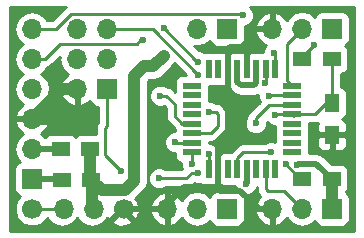
<source format=gtl>
G04 #@! TF.FileFunction,Copper,L1,Top,Signal*
%FSLAX46Y46*%
G04 Gerber Fmt 4.6, Leading zero omitted, Abs format (unit mm)*
G04 Created by KiCad (PCBNEW 4.0.5+dfsg1-4) date Tue May  8 10:32:57 2018*
%MOMM*%
%LPD*%
G01*
G04 APERTURE LIST*
%ADD10C,0.100000*%
%ADD11C,1.700000*%
%ADD12O,1.700000X1.700000*%
%ADD13R,1.700000X1.700000*%
%ADD14R,1.500000X1.250000*%
%ADD15R,0.550000X1.600000*%
%ADD16R,1.600000X0.550000*%
%ADD17R,1.300000X1.500000*%
%ADD18C,0.600000*%
%ADD19C,0.500000*%
%ADD20C,1.000000*%
%ADD21C,0.250000*%
%ADD22C,0.254000*%
G04 APERTURE END LIST*
D10*
D11*
X10300000Y-17800000D03*
D12*
X7760000Y-17800000D03*
X5220000Y-17800000D03*
D11*
X2540000Y-17780000D03*
D13*
X2540000Y-15240000D03*
D12*
X2540000Y-12700000D03*
X2540000Y-10160000D03*
X2540000Y-7620000D03*
X2540000Y-5080000D03*
X2540000Y-2540000D03*
D13*
X19050000Y-17780000D03*
D12*
X16510000Y-17780000D03*
X13970000Y-17780000D03*
D14*
X25420000Y-15240000D03*
X27920000Y-15240000D03*
X27920000Y-5080000D03*
X25420000Y-5080000D03*
X5050000Y-15300000D03*
X7550000Y-15300000D03*
X4950000Y-12700000D03*
X7450000Y-12700000D03*
D15*
X23120000Y-5910000D03*
X22320000Y-5910000D03*
X21520000Y-5910000D03*
X20720000Y-5910000D03*
X19920000Y-5910000D03*
X19120000Y-5910000D03*
X18320000Y-5910000D03*
X17520000Y-5910000D03*
D16*
X16070000Y-7360000D03*
X16070000Y-8160000D03*
X16070000Y-8960000D03*
X16070000Y-9760000D03*
X16070000Y-10560000D03*
X16070000Y-11360000D03*
X16070000Y-12160000D03*
X16070000Y-12960000D03*
D15*
X17520000Y-14410000D03*
X18320000Y-14410000D03*
X19120000Y-14410000D03*
X19920000Y-14410000D03*
X20720000Y-14410000D03*
X21520000Y-14410000D03*
X22320000Y-14410000D03*
X23120000Y-14410000D03*
D16*
X24570000Y-12960000D03*
X24570000Y-12160000D03*
X24570000Y-11360000D03*
X24570000Y-10560000D03*
X24570000Y-9760000D03*
X24570000Y-8960000D03*
X24570000Y-8160000D03*
X24570000Y-7360000D03*
D17*
X27940000Y-11510000D03*
X27940000Y-8810000D03*
D13*
X8890000Y-7620000D03*
D12*
X6350000Y-7620000D03*
X8890000Y-5080000D03*
X6350000Y-5080000D03*
X8890000Y-2540000D03*
X6350000Y-2540000D03*
D13*
X27940000Y-2540000D03*
D12*
X25400000Y-2540000D03*
X22860000Y-2540000D03*
D13*
X27940000Y-17780000D03*
D12*
X25400000Y-17780000D03*
X22860000Y-17780000D03*
D13*
X19050000Y-2540000D03*
D12*
X16510000Y-2540000D03*
D18*
X20700000Y-7300000D03*
X24980000Y-14040000D03*
X20680000Y-15640000D03*
X4980000Y-10340000D03*
X23100000Y-9800000D03*
X16600000Y-6400000D03*
X13400000Y-8200000D03*
X17480000Y-9540000D03*
X14680000Y-12140000D03*
X10080000Y-14540000D03*
X16080000Y-13940000D03*
X17480000Y-13140000D03*
X24000000Y-14000000D03*
X22800000Y-13000000D03*
X13700000Y-4800000D03*
X22300000Y-7100000D03*
X26400000Y-3900000D03*
X20400000Y-1400000D03*
X23050000Y-4550000D03*
X16600000Y-14700000D03*
X13300000Y-15200000D03*
X21480000Y-10540000D03*
X22600000Y-8200000D03*
X16600000Y-5300000D03*
X13700000Y-2500000D03*
X11900000Y-3500000D03*
D19*
X2540000Y-15240000D02*
X4990000Y-15240000D01*
X4990000Y-15240000D02*
X5050000Y-15300000D01*
X2540000Y-12700000D02*
X4950000Y-12700000D01*
X19920000Y-5910000D02*
X19920000Y-7020000D01*
X21520000Y-7080000D02*
X21520000Y-5910000D01*
X21300000Y-7300000D02*
X21520000Y-7080000D01*
X20200000Y-7300000D02*
X20700000Y-7300000D01*
X20700000Y-7300000D02*
X21300000Y-7300000D01*
X19920000Y-7020000D02*
X20200000Y-7300000D01*
X26620000Y-13940000D02*
X27920000Y-15240000D01*
X25080000Y-13940000D02*
X26620000Y-13940000D01*
X24980000Y-14040000D02*
X25080000Y-13940000D01*
X20720000Y-14410000D02*
X20720000Y-15600000D01*
X20720000Y-15600000D02*
X20680000Y-15640000D01*
D20*
X27920000Y-15240000D02*
X27920000Y-17760000D01*
X27920000Y-17760000D02*
X27940000Y-17780000D01*
D19*
X20404000Y-4064000D02*
X20780000Y-4440000D01*
X19304000Y-4064000D02*
X20404000Y-4064000D01*
X19120000Y-4248000D02*
X19304000Y-4064000D01*
X19120000Y-5910000D02*
X19120000Y-4248000D01*
X19120000Y-5910000D02*
X19120000Y-11300000D01*
X18320000Y-12100000D02*
X18320000Y-14410000D01*
X19120000Y-11300000D02*
X18320000Y-12100000D01*
X22860000Y-17780000D02*
X21720000Y-17780000D01*
X18480000Y-16240000D02*
X18180000Y-15940000D01*
X20180000Y-16240000D02*
X18480000Y-16240000D01*
X21720000Y-17780000D02*
X20180000Y-16240000D01*
X13970000Y-17780000D02*
X13970000Y-17350000D01*
X13970000Y-17350000D02*
X15380000Y-15940000D01*
X18320000Y-15800000D02*
X18320000Y-14410000D01*
X18180000Y-15940000D02*
X18320000Y-15800000D01*
X15380000Y-15940000D02*
X18180000Y-15940000D01*
X20720000Y-5910000D02*
X20720000Y-4500000D01*
X20720000Y-4500000D02*
X20780000Y-4440000D01*
D20*
X6350000Y-7620000D02*
X5080000Y-7620000D01*
X5080000Y-7620000D02*
X2540000Y-10160000D01*
X4980000Y-10340000D02*
X4800000Y-10160000D01*
X4800000Y-10160000D02*
X2540000Y-10160000D01*
D19*
X10160000Y-17780000D02*
X13970000Y-17780000D01*
D21*
X8890000Y-2540000D02*
X12740000Y-2540000D01*
X23140000Y-9760000D02*
X24570000Y-9760000D01*
X23100000Y-9800000D02*
X23140000Y-9760000D01*
X12740000Y-2540000D02*
X16600000Y-6400000D01*
X27940000Y-8810000D02*
X27410000Y-8810000D01*
X27410000Y-8810000D02*
X26460000Y-9760000D01*
X26460000Y-9760000D02*
X24570000Y-9760000D01*
X27920000Y-5080000D02*
X27920000Y-8790000D01*
X27920000Y-8790000D02*
X27940000Y-8810000D01*
X24750000Y-9940000D02*
X24570000Y-9760000D01*
X16070000Y-10560000D02*
X15260000Y-10560000D01*
X13900000Y-8200000D02*
X13400000Y-8200000D01*
X14600000Y-8900000D02*
X13900000Y-8200000D01*
X14600000Y-9900000D02*
X14600000Y-8900000D01*
X15260000Y-10560000D02*
X14600000Y-9900000D01*
X16070000Y-11360000D02*
X17660000Y-11360000D01*
X18080000Y-9540000D02*
X17480000Y-9540000D01*
X18280000Y-9740000D02*
X18080000Y-9540000D01*
X18280000Y-10740000D02*
X18280000Y-9740000D01*
X17660000Y-11360000D02*
X18280000Y-10740000D01*
X6350000Y-5080000D02*
X6640000Y-5080000D01*
X14700000Y-12160000D02*
X16070000Y-12160000D01*
X14680000Y-12140000D02*
X14700000Y-12160000D01*
X16050000Y-12140000D02*
X16070000Y-12160000D01*
X8890000Y-7620000D02*
X8890000Y-10730000D01*
X8680000Y-13240000D02*
X10080000Y-14540000D01*
X8680000Y-10940000D02*
X8680000Y-13240000D01*
X8890000Y-10730000D02*
X8680000Y-10940000D01*
X16080000Y-13940000D02*
X16070000Y-13930000D01*
X16070000Y-13930000D02*
X16070000Y-12960000D01*
X17520000Y-13180000D02*
X17520000Y-14410000D01*
X17480000Y-13140000D02*
X17520000Y-13180000D01*
X25400000Y-17780000D02*
X25400000Y-17760000D01*
X25400000Y-17760000D02*
X23880000Y-16240000D01*
X23880000Y-16240000D02*
X22480000Y-16240000D01*
X22480000Y-16240000D02*
X22320000Y-16080000D01*
X22320000Y-16080000D02*
X22320000Y-14410000D01*
X25400000Y-2540000D02*
X25360000Y-2540000D01*
X25360000Y-2540000D02*
X24100000Y-3800000D01*
X24100000Y-3800000D02*
X24100000Y-6890000D01*
X24100000Y-6890000D02*
X24570000Y-7360000D01*
X19920000Y-14410000D02*
X19920000Y-13480000D01*
X24000000Y-14000000D02*
X25240000Y-15240000D01*
X20400000Y-13000000D02*
X22800000Y-13000000D01*
X19920000Y-13480000D02*
X20400000Y-13000000D01*
X25240000Y-15240000D02*
X25420000Y-15240000D01*
D20*
X8450000Y-16200000D02*
X7550000Y-15300000D01*
X10400000Y-16200000D02*
X8450000Y-16200000D01*
X11200000Y-15400000D02*
X10400000Y-16200000D01*
X11200000Y-6500000D02*
X11200000Y-15400000D01*
X12000000Y-5700000D02*
X11200000Y-6500000D01*
X12800000Y-5700000D02*
X12000000Y-5700000D01*
X13700000Y-4800000D02*
X12800000Y-5700000D01*
X7450000Y-12700000D02*
X7450000Y-15200000D01*
X7450000Y-15200000D02*
X7550000Y-15300000D01*
X7620000Y-15370000D02*
X7550000Y-15300000D01*
X7620000Y-17780000D02*
X7620000Y-15370000D01*
X7600000Y-17760000D02*
X7620000Y-17780000D01*
D21*
X22320000Y-5910000D02*
X22320000Y-7080000D01*
X22320000Y-7080000D02*
X22300000Y-7100000D01*
X2540000Y-17780000D02*
X5080000Y-17780000D01*
X26400000Y-3900000D02*
X25420000Y-4880000D01*
X25420000Y-4880000D02*
X25420000Y-5080000D01*
X2540000Y-2540000D02*
X4560000Y-2540000D01*
X20300000Y-1300000D02*
X20400000Y-1400000D01*
X5800000Y-1300000D02*
X20300000Y-1300000D01*
X4560000Y-2540000D02*
X5800000Y-1300000D01*
X25420000Y-4880000D02*
X25420000Y-5080000D01*
X2540000Y-2540000D02*
X2960000Y-2540000D01*
X25520000Y-5080000D02*
X25420000Y-5080000D01*
X23050000Y-4550000D02*
X23120000Y-4620000D01*
X23120000Y-4620000D02*
X23120000Y-5910000D01*
X21480000Y-10540000D02*
X21480000Y-10120000D01*
X16100000Y-14700000D02*
X16600000Y-14700000D01*
X15600000Y-15200000D02*
X16100000Y-14700000D01*
X13300000Y-15200000D02*
X15600000Y-15200000D01*
X22640000Y-8960000D02*
X24570000Y-8960000D01*
X21480000Y-10120000D02*
X22640000Y-8960000D01*
X2540000Y-5080000D02*
X3620000Y-5080000D01*
X22640000Y-8160000D02*
X24570000Y-8160000D01*
X22600000Y-8200000D02*
X22640000Y-8160000D01*
X16500000Y-5300000D02*
X16600000Y-5300000D01*
X13700000Y-2500000D02*
X16500000Y-5300000D01*
X11700000Y-3500000D02*
X11900000Y-3500000D01*
X11400000Y-3800000D02*
X11700000Y-3500000D01*
X4900000Y-3800000D02*
X11400000Y-3800000D01*
X3620000Y-5080000D02*
X4900000Y-3800000D01*
D22*
G36*
X5262599Y-762599D02*
X4245198Y-1780000D01*
X3812954Y-1780000D01*
X3619147Y-1489946D01*
X3137378Y-1168039D01*
X2569093Y-1055000D01*
X2510907Y-1055000D01*
X1942622Y-1168039D01*
X1460853Y-1489946D01*
X1138946Y-1971715D01*
X1025907Y-2540000D01*
X1138946Y-3108285D01*
X1460853Y-3590054D01*
X1790026Y-3810000D01*
X1460853Y-4029946D01*
X1138946Y-4511715D01*
X1025907Y-5080000D01*
X1138946Y-5648285D01*
X1460853Y-6130054D01*
X1790026Y-6350000D01*
X1460853Y-6569946D01*
X1138946Y-7051715D01*
X1025907Y-7620000D01*
X1138946Y-8188285D01*
X1460853Y-8670054D01*
X1801553Y-8897702D01*
X1658642Y-8964817D01*
X1268355Y-9393076D01*
X1098524Y-9803110D01*
X1219845Y-10033000D01*
X2413000Y-10033000D01*
X2413000Y-10013000D01*
X2667000Y-10013000D01*
X2667000Y-10033000D01*
X3860155Y-10033000D01*
X3981476Y-9803110D01*
X3811645Y-9393076D01*
X3421358Y-8964817D01*
X3278447Y-8897702D01*
X3619147Y-8670054D01*
X3941054Y-8188285D01*
X3983103Y-7976890D01*
X4908524Y-7976890D01*
X5078355Y-8386924D01*
X5468642Y-8815183D01*
X5993108Y-9061486D01*
X6223000Y-8940819D01*
X6223000Y-7747000D01*
X5029845Y-7747000D01*
X4908524Y-7976890D01*
X3983103Y-7976890D01*
X4054093Y-7620000D01*
X3941054Y-7051715D01*
X3619147Y-6569946D01*
X3289974Y-6350000D01*
X3619147Y-6130054D01*
X3842531Y-5795735D01*
X3910839Y-5782148D01*
X4157401Y-5617401D01*
X4870944Y-4903858D01*
X4835907Y-5080000D01*
X4948946Y-5648285D01*
X5270853Y-6130054D01*
X5611553Y-6357702D01*
X5468642Y-6424817D01*
X5078355Y-6853076D01*
X4908524Y-7263110D01*
X5029845Y-7493000D01*
X6223000Y-7493000D01*
X6223000Y-7473000D01*
X6477000Y-7473000D01*
X6477000Y-7493000D01*
X6497000Y-7493000D01*
X6497000Y-7747000D01*
X6477000Y-7747000D01*
X6477000Y-8940819D01*
X6706892Y-9061486D01*
X7231358Y-8815183D01*
X7418808Y-8609496D01*
X7436838Y-8705317D01*
X7575910Y-8921441D01*
X7788110Y-9066431D01*
X8040000Y-9117440D01*
X8130000Y-9117440D01*
X8130000Y-10421455D01*
X7977852Y-10649161D01*
X7920000Y-10940000D01*
X7920000Y-11427560D01*
X6700000Y-11427560D01*
X6464683Y-11471838D01*
X6248559Y-11610910D01*
X6200866Y-11680711D01*
X6164090Y-11623559D01*
X5951890Y-11478569D01*
X5700000Y-11427560D01*
X4200000Y-11427560D01*
X3964683Y-11471838D01*
X3748559Y-11610910D01*
X3669943Y-11725968D01*
X3619147Y-11649946D01*
X3278447Y-11422298D01*
X3421358Y-11355183D01*
X3811645Y-10926924D01*
X3981476Y-10516890D01*
X3860155Y-10287000D01*
X2667000Y-10287000D01*
X2667000Y-10307000D01*
X2413000Y-10307000D01*
X2413000Y-10287000D01*
X1219845Y-10287000D01*
X1098524Y-10516890D01*
X1268355Y-10926924D01*
X1658642Y-11355183D01*
X1801553Y-11422298D01*
X1460853Y-11649946D01*
X1138946Y-12131715D01*
X1025907Y-12700000D01*
X1138946Y-13268285D01*
X1460853Y-13750054D01*
X1502452Y-13777850D01*
X1454683Y-13786838D01*
X1238559Y-13925910D01*
X1093569Y-14138110D01*
X1042560Y-14390000D01*
X1042560Y-16090000D01*
X1086838Y-16325317D01*
X1225910Y-16541441D01*
X1438110Y-16686431D01*
X1517443Y-16702496D01*
X1281812Y-16937717D01*
X1055258Y-17483319D01*
X1054743Y-18074089D01*
X1280344Y-18620086D01*
X1697717Y-19038188D01*
X2243319Y-19264742D01*
X2834089Y-19265257D01*
X3380086Y-19039656D01*
X3798188Y-18622283D01*
X3826355Y-18554450D01*
X4029946Y-18859147D01*
X4511715Y-19181054D01*
X5080000Y-19294093D01*
X5648285Y-19181054D01*
X6130054Y-18859147D01*
X6350000Y-18529974D01*
X6569946Y-18859147D01*
X7051715Y-19181054D01*
X7620000Y-19294093D01*
X8188285Y-19181054D01*
X8670054Y-18859147D01*
X8693566Y-18823958D01*
X9295647Y-18823958D01*
X9375920Y-19075259D01*
X9931279Y-19276718D01*
X10521458Y-19250315D01*
X10944080Y-19075259D01*
X11024353Y-18823958D01*
X10160000Y-17959605D01*
X9295647Y-18823958D01*
X8693566Y-18823958D01*
X8866777Y-18564730D01*
X9116042Y-18644353D01*
X9980395Y-17780000D01*
X9966253Y-17765858D01*
X10145858Y-17586253D01*
X10160000Y-17600395D01*
X10174143Y-17586253D01*
X10353748Y-17765858D01*
X10339605Y-17780000D01*
X11203958Y-18644353D01*
X11455259Y-18564080D01*
X11610223Y-18136892D01*
X12528514Y-18136892D01*
X12774817Y-18661358D01*
X13203076Y-19051645D01*
X13613110Y-19221476D01*
X13843000Y-19100155D01*
X13843000Y-17907000D01*
X12649181Y-17907000D01*
X12528514Y-18136892D01*
X11610223Y-18136892D01*
X11656718Y-18008721D01*
X11630520Y-17423108D01*
X12528514Y-17423108D01*
X12649181Y-17653000D01*
X13843000Y-17653000D01*
X13843000Y-16459845D01*
X13613110Y-16338524D01*
X13203076Y-16508355D01*
X12774817Y-16898642D01*
X12528514Y-17423108D01*
X11630520Y-17423108D01*
X11630315Y-17418542D01*
X11455259Y-16995920D01*
X11268779Y-16936353D01*
X12002566Y-16202566D01*
X12069384Y-16102566D01*
X12248603Y-15834346D01*
X12335000Y-15400000D01*
X12335000Y-6970132D01*
X12470132Y-6835000D01*
X12800000Y-6835000D01*
X13234346Y-6748603D01*
X13602566Y-6502566D01*
X14502566Y-5602566D01*
X14592768Y-5467570D01*
X15562758Y-6437560D01*
X15270000Y-6437560D01*
X15034683Y-6481838D01*
X14818559Y-6620910D01*
X14673569Y-6833110D01*
X14622560Y-7085000D01*
X14622560Y-7635000D01*
X14646944Y-7764589D01*
X14628832Y-7854029D01*
X14437401Y-7662599D01*
X14190839Y-7497852D01*
X13977939Y-7455503D01*
X13930327Y-7407808D01*
X13586799Y-7265162D01*
X13214833Y-7264838D01*
X12871057Y-7406883D01*
X12607808Y-7669673D01*
X12465162Y-8013201D01*
X12464838Y-8385167D01*
X12606883Y-8728943D01*
X12869673Y-8992192D01*
X13213201Y-9134838D01*
X13585167Y-9135162D01*
X13709136Y-9083939D01*
X13840000Y-9214803D01*
X13840000Y-9900000D01*
X13897852Y-10190839D01*
X14062599Y-10437401D01*
X14637318Y-11012120D01*
X14622560Y-11085000D01*
X14622560Y-11204949D01*
X14494833Y-11204838D01*
X14151057Y-11346883D01*
X13887808Y-11609673D01*
X13745162Y-11953201D01*
X13744838Y-12325167D01*
X13886883Y-12668943D01*
X14149673Y-12932192D01*
X14493201Y-13074838D01*
X14622560Y-13074951D01*
X14622560Y-13235000D01*
X14666838Y-13470317D01*
X14805910Y-13686441D01*
X15018110Y-13831431D01*
X15145071Y-13857141D01*
X15144838Y-14125167D01*
X15274924Y-14440000D01*
X13862463Y-14440000D01*
X13830327Y-14407808D01*
X13486799Y-14265162D01*
X13114833Y-14264838D01*
X12771057Y-14406883D01*
X12507808Y-14669673D01*
X12365162Y-15013201D01*
X12364838Y-15385167D01*
X12506883Y-15728943D01*
X12769673Y-15992192D01*
X13113201Y-16134838D01*
X13485167Y-16135162D01*
X13828943Y-15993117D01*
X13862118Y-15960000D01*
X15600000Y-15960000D01*
X15890839Y-15902148D01*
X16137401Y-15737401D01*
X16290793Y-15584009D01*
X16413201Y-15634838D01*
X16763988Y-15635144D01*
X16780910Y-15661441D01*
X16993110Y-15806431D01*
X17245000Y-15857440D01*
X17795000Y-15857440D01*
X17900705Y-15837550D01*
X17918690Y-15845000D01*
X18034250Y-15845000D01*
X18130651Y-15748599D01*
X18246441Y-15674090D01*
X18319884Y-15566603D01*
X18380910Y-15661441D01*
X18511245Y-15750495D01*
X18605750Y-15845000D01*
X18721310Y-15845000D01*
X18741753Y-15836532D01*
X18845000Y-15857440D01*
X19395000Y-15857440D01*
X19524589Y-15833056D01*
X19645000Y-15857440D01*
X19758173Y-15857440D01*
X19886883Y-16168943D01*
X20025716Y-16308018D01*
X19900000Y-16282560D01*
X18200000Y-16282560D01*
X17964683Y-16326838D01*
X17748559Y-16465910D01*
X17603569Y-16678110D01*
X17589914Y-16745541D01*
X17560054Y-16700853D01*
X17078285Y-16378946D01*
X16510000Y-16265907D01*
X15941715Y-16378946D01*
X15459946Y-16700853D01*
X15232298Y-17041553D01*
X15165183Y-16898642D01*
X14736924Y-16508355D01*
X14326890Y-16338524D01*
X14097000Y-16459845D01*
X14097000Y-17653000D01*
X14117000Y-17653000D01*
X14117000Y-17907000D01*
X14097000Y-17907000D01*
X14097000Y-19100155D01*
X14326890Y-19221476D01*
X14736924Y-19051645D01*
X15165183Y-18661358D01*
X15232298Y-18518447D01*
X15459946Y-18859147D01*
X15941715Y-19181054D01*
X16510000Y-19294093D01*
X17078285Y-19181054D01*
X17560054Y-18859147D01*
X17587850Y-18817548D01*
X17596838Y-18865317D01*
X17735910Y-19081441D01*
X17948110Y-19226431D01*
X18200000Y-19277440D01*
X19900000Y-19277440D01*
X20135317Y-19233162D01*
X20351441Y-19094090D01*
X20496431Y-18881890D01*
X20547440Y-18630000D01*
X20547440Y-18136892D01*
X21418514Y-18136892D01*
X21664817Y-18661358D01*
X22093076Y-19051645D01*
X22503110Y-19221476D01*
X22733000Y-19100155D01*
X22733000Y-17907000D01*
X21539181Y-17907000D01*
X21418514Y-18136892D01*
X20547440Y-18136892D01*
X20547440Y-16930000D01*
X20503162Y-16694683D01*
X20401557Y-16536784D01*
X20493201Y-16574838D01*
X20865167Y-16575162D01*
X21208943Y-16433117D01*
X21472192Y-16170327D01*
X21560000Y-15958863D01*
X21560000Y-16080000D01*
X21617852Y-16370839D01*
X21782599Y-16617401D01*
X21873584Y-16708386D01*
X21664817Y-16898642D01*
X21418514Y-17423108D01*
X21539181Y-17653000D01*
X22733000Y-17653000D01*
X22733000Y-17633000D01*
X22987000Y-17633000D01*
X22987000Y-17653000D01*
X23007000Y-17653000D01*
X23007000Y-17907000D01*
X22987000Y-17907000D01*
X22987000Y-19100155D01*
X23216890Y-19221476D01*
X23626924Y-19051645D01*
X24055183Y-18661358D01*
X24122298Y-18518447D01*
X24349946Y-18859147D01*
X24831715Y-19181054D01*
X25400000Y-19294093D01*
X25968285Y-19181054D01*
X26450054Y-18859147D01*
X26477850Y-18817548D01*
X26486838Y-18865317D01*
X26625910Y-19081441D01*
X26838110Y-19226431D01*
X27090000Y-19277440D01*
X28790000Y-19277440D01*
X29025317Y-19233162D01*
X29241441Y-19094090D01*
X29386431Y-18881890D01*
X29437440Y-18630000D01*
X29437440Y-16930000D01*
X29393162Y-16694683D01*
X29254090Y-16478559D01*
X29077097Y-16357625D01*
X29121441Y-16329090D01*
X29266431Y-16116890D01*
X29317440Y-15865000D01*
X29317440Y-14615000D01*
X29273162Y-14379683D01*
X29134090Y-14163559D01*
X28921890Y-14018569D01*
X28670000Y-13967560D01*
X27899139Y-13967560D01*
X27245790Y-13314210D01*
X27177058Y-13268285D01*
X26958675Y-13122367D01*
X26902484Y-13111190D01*
X26620000Y-13054999D01*
X26619995Y-13055000D01*
X26017440Y-13055000D01*
X26017440Y-12685000D01*
X25993056Y-12555411D01*
X26017440Y-12435000D01*
X26017440Y-11885000D01*
X26000647Y-11795750D01*
X26655000Y-11795750D01*
X26655000Y-12386309D01*
X26751673Y-12619698D01*
X26930301Y-12798327D01*
X27163690Y-12895000D01*
X27654250Y-12895000D01*
X27813000Y-12736250D01*
X27813000Y-11637000D01*
X28067000Y-11637000D01*
X28067000Y-12736250D01*
X28225750Y-12895000D01*
X28716310Y-12895000D01*
X28949699Y-12798327D01*
X29128327Y-12619698D01*
X29225000Y-12386309D01*
X29225000Y-11795750D01*
X29066250Y-11637000D01*
X28067000Y-11637000D01*
X27813000Y-11637000D01*
X26813750Y-11637000D01*
X26655000Y-11795750D01*
X26000647Y-11795750D01*
X25993056Y-11755411D01*
X26017440Y-11635000D01*
X26017440Y-11085000D01*
X25993056Y-10955411D01*
X26017440Y-10835000D01*
X26017440Y-10520000D01*
X26460000Y-10520000D01*
X26723830Y-10467520D01*
X26655000Y-10633691D01*
X26655000Y-11224250D01*
X26813750Y-11383000D01*
X27813000Y-11383000D01*
X27813000Y-11363000D01*
X28067000Y-11363000D01*
X28067000Y-11383000D01*
X29066250Y-11383000D01*
X29225000Y-11224250D01*
X29225000Y-10633691D01*
X29128327Y-10400302D01*
X28949699Y-10221673D01*
X28813713Y-10165346D01*
X28825317Y-10163162D01*
X29041441Y-10024090D01*
X29186431Y-9811890D01*
X29237440Y-9560000D01*
X29237440Y-8060000D01*
X29193162Y-7824683D01*
X29054090Y-7608559D01*
X28841890Y-7463569D01*
X28680000Y-7430785D01*
X28680000Y-6350558D01*
X28905317Y-6308162D01*
X29121441Y-6169090D01*
X29266431Y-5956890D01*
X29317440Y-5705000D01*
X29317440Y-4455000D01*
X29273162Y-4219683D01*
X29134090Y-4003559D01*
X29073498Y-3962158D01*
X29241441Y-3854090D01*
X29386431Y-3641890D01*
X29437440Y-3390000D01*
X29437440Y-1690000D01*
X29393162Y-1454683D01*
X29254090Y-1238559D01*
X29041890Y-1093569D01*
X28790000Y-1042560D01*
X27090000Y-1042560D01*
X26854683Y-1086838D01*
X26638559Y-1225910D01*
X26493569Y-1438110D01*
X26479914Y-1505541D01*
X26450054Y-1460853D01*
X25968285Y-1138946D01*
X25400000Y-1025907D01*
X24831715Y-1138946D01*
X24349946Y-1460853D01*
X24122298Y-1801553D01*
X24055183Y-1658642D01*
X23626924Y-1268355D01*
X23216890Y-1098524D01*
X22987000Y-1219845D01*
X22987000Y-2413000D01*
X23007000Y-2413000D01*
X23007000Y-2667000D01*
X22987000Y-2667000D01*
X22987000Y-2687000D01*
X22733000Y-2687000D01*
X22733000Y-2667000D01*
X21539181Y-2667000D01*
X21418514Y-2896892D01*
X21664817Y-3421358D01*
X22093076Y-3811645D01*
X22356784Y-3920870D01*
X22257808Y-4019673D01*
X22115162Y-4363201D01*
X22115075Y-4462560D01*
X22045000Y-4462560D01*
X21915411Y-4486944D01*
X21795000Y-4462560D01*
X21245000Y-4462560D01*
X21139295Y-4482450D01*
X21121310Y-4475000D01*
X21005750Y-4475000D01*
X20909349Y-4571401D01*
X20793559Y-4645910D01*
X20720116Y-4753397D01*
X20659090Y-4658559D01*
X20528755Y-4569505D01*
X20434250Y-4475000D01*
X20318690Y-4475000D01*
X20298247Y-4483468D01*
X20195000Y-4462560D01*
X19645000Y-4462560D01*
X19539295Y-4482450D01*
X19521310Y-4475000D01*
X19405750Y-4475000D01*
X19309349Y-4571401D01*
X19193559Y-4645910D01*
X19120116Y-4753397D01*
X19059090Y-4658559D01*
X18928755Y-4569505D01*
X18834250Y-4475000D01*
X18718690Y-4475000D01*
X18698247Y-4483468D01*
X18595000Y-4462560D01*
X18045000Y-4462560D01*
X17915411Y-4486944D01*
X17795000Y-4462560D01*
X17245000Y-4462560D01*
X17091098Y-4491519D01*
X16786799Y-4365162D01*
X16639836Y-4365034D01*
X16254833Y-3980031D01*
X16480907Y-4025000D01*
X16539093Y-4025000D01*
X17107378Y-3911961D01*
X17589147Y-3590054D01*
X17589971Y-3588821D01*
X17596838Y-3625317D01*
X17735910Y-3841441D01*
X17948110Y-3986431D01*
X18200000Y-4037440D01*
X19900000Y-4037440D01*
X20135317Y-3993162D01*
X20351441Y-3854090D01*
X20496431Y-3641890D01*
X20547440Y-3390000D01*
X20547440Y-2335129D01*
X20585167Y-2335162D01*
X20928943Y-2193117D01*
X20938969Y-2183108D01*
X21418514Y-2183108D01*
X21539181Y-2413000D01*
X22733000Y-2413000D01*
X22733000Y-1219845D01*
X22503110Y-1098524D01*
X22093076Y-1268355D01*
X21664817Y-1658642D01*
X21418514Y-2183108D01*
X20938969Y-2183108D01*
X21192192Y-1930327D01*
X21334838Y-1586799D01*
X21335162Y-1214833D01*
X21193117Y-871057D01*
X21007384Y-685000D01*
X29795000Y-685000D01*
X29795000Y-19635000D01*
X685000Y-19635000D01*
X685000Y-685000D01*
X5378734Y-685000D01*
X5262599Y-762599D01*
X5262599Y-762599D01*
G37*
X5262599Y-762599D02*
X4245198Y-1780000D01*
X3812954Y-1780000D01*
X3619147Y-1489946D01*
X3137378Y-1168039D01*
X2569093Y-1055000D01*
X2510907Y-1055000D01*
X1942622Y-1168039D01*
X1460853Y-1489946D01*
X1138946Y-1971715D01*
X1025907Y-2540000D01*
X1138946Y-3108285D01*
X1460853Y-3590054D01*
X1790026Y-3810000D01*
X1460853Y-4029946D01*
X1138946Y-4511715D01*
X1025907Y-5080000D01*
X1138946Y-5648285D01*
X1460853Y-6130054D01*
X1790026Y-6350000D01*
X1460853Y-6569946D01*
X1138946Y-7051715D01*
X1025907Y-7620000D01*
X1138946Y-8188285D01*
X1460853Y-8670054D01*
X1801553Y-8897702D01*
X1658642Y-8964817D01*
X1268355Y-9393076D01*
X1098524Y-9803110D01*
X1219845Y-10033000D01*
X2413000Y-10033000D01*
X2413000Y-10013000D01*
X2667000Y-10013000D01*
X2667000Y-10033000D01*
X3860155Y-10033000D01*
X3981476Y-9803110D01*
X3811645Y-9393076D01*
X3421358Y-8964817D01*
X3278447Y-8897702D01*
X3619147Y-8670054D01*
X3941054Y-8188285D01*
X3983103Y-7976890D01*
X4908524Y-7976890D01*
X5078355Y-8386924D01*
X5468642Y-8815183D01*
X5993108Y-9061486D01*
X6223000Y-8940819D01*
X6223000Y-7747000D01*
X5029845Y-7747000D01*
X4908524Y-7976890D01*
X3983103Y-7976890D01*
X4054093Y-7620000D01*
X3941054Y-7051715D01*
X3619147Y-6569946D01*
X3289974Y-6350000D01*
X3619147Y-6130054D01*
X3842531Y-5795735D01*
X3910839Y-5782148D01*
X4157401Y-5617401D01*
X4870944Y-4903858D01*
X4835907Y-5080000D01*
X4948946Y-5648285D01*
X5270853Y-6130054D01*
X5611553Y-6357702D01*
X5468642Y-6424817D01*
X5078355Y-6853076D01*
X4908524Y-7263110D01*
X5029845Y-7493000D01*
X6223000Y-7493000D01*
X6223000Y-7473000D01*
X6477000Y-7473000D01*
X6477000Y-7493000D01*
X6497000Y-7493000D01*
X6497000Y-7747000D01*
X6477000Y-7747000D01*
X6477000Y-8940819D01*
X6706892Y-9061486D01*
X7231358Y-8815183D01*
X7418808Y-8609496D01*
X7436838Y-8705317D01*
X7575910Y-8921441D01*
X7788110Y-9066431D01*
X8040000Y-9117440D01*
X8130000Y-9117440D01*
X8130000Y-10421455D01*
X7977852Y-10649161D01*
X7920000Y-10940000D01*
X7920000Y-11427560D01*
X6700000Y-11427560D01*
X6464683Y-11471838D01*
X6248559Y-11610910D01*
X6200866Y-11680711D01*
X6164090Y-11623559D01*
X5951890Y-11478569D01*
X5700000Y-11427560D01*
X4200000Y-11427560D01*
X3964683Y-11471838D01*
X3748559Y-11610910D01*
X3669943Y-11725968D01*
X3619147Y-11649946D01*
X3278447Y-11422298D01*
X3421358Y-11355183D01*
X3811645Y-10926924D01*
X3981476Y-10516890D01*
X3860155Y-10287000D01*
X2667000Y-10287000D01*
X2667000Y-10307000D01*
X2413000Y-10307000D01*
X2413000Y-10287000D01*
X1219845Y-10287000D01*
X1098524Y-10516890D01*
X1268355Y-10926924D01*
X1658642Y-11355183D01*
X1801553Y-11422298D01*
X1460853Y-11649946D01*
X1138946Y-12131715D01*
X1025907Y-12700000D01*
X1138946Y-13268285D01*
X1460853Y-13750054D01*
X1502452Y-13777850D01*
X1454683Y-13786838D01*
X1238559Y-13925910D01*
X1093569Y-14138110D01*
X1042560Y-14390000D01*
X1042560Y-16090000D01*
X1086838Y-16325317D01*
X1225910Y-16541441D01*
X1438110Y-16686431D01*
X1517443Y-16702496D01*
X1281812Y-16937717D01*
X1055258Y-17483319D01*
X1054743Y-18074089D01*
X1280344Y-18620086D01*
X1697717Y-19038188D01*
X2243319Y-19264742D01*
X2834089Y-19265257D01*
X3380086Y-19039656D01*
X3798188Y-18622283D01*
X3826355Y-18554450D01*
X4029946Y-18859147D01*
X4511715Y-19181054D01*
X5080000Y-19294093D01*
X5648285Y-19181054D01*
X6130054Y-18859147D01*
X6350000Y-18529974D01*
X6569946Y-18859147D01*
X7051715Y-19181054D01*
X7620000Y-19294093D01*
X8188285Y-19181054D01*
X8670054Y-18859147D01*
X8693566Y-18823958D01*
X9295647Y-18823958D01*
X9375920Y-19075259D01*
X9931279Y-19276718D01*
X10521458Y-19250315D01*
X10944080Y-19075259D01*
X11024353Y-18823958D01*
X10160000Y-17959605D01*
X9295647Y-18823958D01*
X8693566Y-18823958D01*
X8866777Y-18564730D01*
X9116042Y-18644353D01*
X9980395Y-17780000D01*
X9966253Y-17765858D01*
X10145858Y-17586253D01*
X10160000Y-17600395D01*
X10174143Y-17586253D01*
X10353748Y-17765858D01*
X10339605Y-17780000D01*
X11203958Y-18644353D01*
X11455259Y-18564080D01*
X11610223Y-18136892D01*
X12528514Y-18136892D01*
X12774817Y-18661358D01*
X13203076Y-19051645D01*
X13613110Y-19221476D01*
X13843000Y-19100155D01*
X13843000Y-17907000D01*
X12649181Y-17907000D01*
X12528514Y-18136892D01*
X11610223Y-18136892D01*
X11656718Y-18008721D01*
X11630520Y-17423108D01*
X12528514Y-17423108D01*
X12649181Y-17653000D01*
X13843000Y-17653000D01*
X13843000Y-16459845D01*
X13613110Y-16338524D01*
X13203076Y-16508355D01*
X12774817Y-16898642D01*
X12528514Y-17423108D01*
X11630520Y-17423108D01*
X11630315Y-17418542D01*
X11455259Y-16995920D01*
X11268779Y-16936353D01*
X12002566Y-16202566D01*
X12069384Y-16102566D01*
X12248603Y-15834346D01*
X12335000Y-15400000D01*
X12335000Y-6970132D01*
X12470132Y-6835000D01*
X12800000Y-6835000D01*
X13234346Y-6748603D01*
X13602566Y-6502566D01*
X14502566Y-5602566D01*
X14592768Y-5467570D01*
X15562758Y-6437560D01*
X15270000Y-6437560D01*
X15034683Y-6481838D01*
X14818559Y-6620910D01*
X14673569Y-6833110D01*
X14622560Y-7085000D01*
X14622560Y-7635000D01*
X14646944Y-7764589D01*
X14628832Y-7854029D01*
X14437401Y-7662599D01*
X14190839Y-7497852D01*
X13977939Y-7455503D01*
X13930327Y-7407808D01*
X13586799Y-7265162D01*
X13214833Y-7264838D01*
X12871057Y-7406883D01*
X12607808Y-7669673D01*
X12465162Y-8013201D01*
X12464838Y-8385167D01*
X12606883Y-8728943D01*
X12869673Y-8992192D01*
X13213201Y-9134838D01*
X13585167Y-9135162D01*
X13709136Y-9083939D01*
X13840000Y-9214803D01*
X13840000Y-9900000D01*
X13897852Y-10190839D01*
X14062599Y-10437401D01*
X14637318Y-11012120D01*
X14622560Y-11085000D01*
X14622560Y-11204949D01*
X14494833Y-11204838D01*
X14151057Y-11346883D01*
X13887808Y-11609673D01*
X13745162Y-11953201D01*
X13744838Y-12325167D01*
X13886883Y-12668943D01*
X14149673Y-12932192D01*
X14493201Y-13074838D01*
X14622560Y-13074951D01*
X14622560Y-13235000D01*
X14666838Y-13470317D01*
X14805910Y-13686441D01*
X15018110Y-13831431D01*
X15145071Y-13857141D01*
X15144838Y-14125167D01*
X15274924Y-14440000D01*
X13862463Y-14440000D01*
X13830327Y-14407808D01*
X13486799Y-14265162D01*
X13114833Y-14264838D01*
X12771057Y-14406883D01*
X12507808Y-14669673D01*
X12365162Y-15013201D01*
X12364838Y-15385167D01*
X12506883Y-15728943D01*
X12769673Y-15992192D01*
X13113201Y-16134838D01*
X13485167Y-16135162D01*
X13828943Y-15993117D01*
X13862118Y-15960000D01*
X15600000Y-15960000D01*
X15890839Y-15902148D01*
X16137401Y-15737401D01*
X16290793Y-15584009D01*
X16413201Y-15634838D01*
X16763988Y-15635144D01*
X16780910Y-15661441D01*
X16993110Y-15806431D01*
X17245000Y-15857440D01*
X17795000Y-15857440D01*
X17900705Y-15837550D01*
X17918690Y-15845000D01*
X18034250Y-15845000D01*
X18130651Y-15748599D01*
X18246441Y-15674090D01*
X18319884Y-15566603D01*
X18380910Y-15661441D01*
X18511245Y-15750495D01*
X18605750Y-15845000D01*
X18721310Y-15845000D01*
X18741753Y-15836532D01*
X18845000Y-15857440D01*
X19395000Y-15857440D01*
X19524589Y-15833056D01*
X19645000Y-15857440D01*
X19758173Y-15857440D01*
X19886883Y-16168943D01*
X20025716Y-16308018D01*
X19900000Y-16282560D01*
X18200000Y-16282560D01*
X17964683Y-16326838D01*
X17748559Y-16465910D01*
X17603569Y-16678110D01*
X17589914Y-16745541D01*
X17560054Y-16700853D01*
X17078285Y-16378946D01*
X16510000Y-16265907D01*
X15941715Y-16378946D01*
X15459946Y-16700853D01*
X15232298Y-17041553D01*
X15165183Y-16898642D01*
X14736924Y-16508355D01*
X14326890Y-16338524D01*
X14097000Y-16459845D01*
X14097000Y-17653000D01*
X14117000Y-17653000D01*
X14117000Y-17907000D01*
X14097000Y-17907000D01*
X14097000Y-19100155D01*
X14326890Y-19221476D01*
X14736924Y-19051645D01*
X15165183Y-18661358D01*
X15232298Y-18518447D01*
X15459946Y-18859147D01*
X15941715Y-19181054D01*
X16510000Y-19294093D01*
X17078285Y-19181054D01*
X17560054Y-18859147D01*
X17587850Y-18817548D01*
X17596838Y-18865317D01*
X17735910Y-19081441D01*
X17948110Y-19226431D01*
X18200000Y-19277440D01*
X19900000Y-19277440D01*
X20135317Y-19233162D01*
X20351441Y-19094090D01*
X20496431Y-18881890D01*
X20547440Y-18630000D01*
X20547440Y-18136892D01*
X21418514Y-18136892D01*
X21664817Y-18661358D01*
X22093076Y-19051645D01*
X22503110Y-19221476D01*
X22733000Y-19100155D01*
X22733000Y-17907000D01*
X21539181Y-17907000D01*
X21418514Y-18136892D01*
X20547440Y-18136892D01*
X20547440Y-16930000D01*
X20503162Y-16694683D01*
X20401557Y-16536784D01*
X20493201Y-16574838D01*
X20865167Y-16575162D01*
X21208943Y-16433117D01*
X21472192Y-16170327D01*
X21560000Y-15958863D01*
X21560000Y-16080000D01*
X21617852Y-16370839D01*
X21782599Y-16617401D01*
X21873584Y-16708386D01*
X21664817Y-16898642D01*
X21418514Y-17423108D01*
X21539181Y-17653000D01*
X22733000Y-17653000D01*
X22733000Y-17633000D01*
X22987000Y-17633000D01*
X22987000Y-17653000D01*
X23007000Y-17653000D01*
X23007000Y-17907000D01*
X22987000Y-17907000D01*
X22987000Y-19100155D01*
X23216890Y-19221476D01*
X23626924Y-19051645D01*
X24055183Y-18661358D01*
X24122298Y-18518447D01*
X24349946Y-18859147D01*
X24831715Y-19181054D01*
X25400000Y-19294093D01*
X25968285Y-19181054D01*
X26450054Y-18859147D01*
X26477850Y-18817548D01*
X26486838Y-18865317D01*
X26625910Y-19081441D01*
X26838110Y-19226431D01*
X27090000Y-19277440D01*
X28790000Y-19277440D01*
X29025317Y-19233162D01*
X29241441Y-19094090D01*
X29386431Y-18881890D01*
X29437440Y-18630000D01*
X29437440Y-16930000D01*
X29393162Y-16694683D01*
X29254090Y-16478559D01*
X29077097Y-16357625D01*
X29121441Y-16329090D01*
X29266431Y-16116890D01*
X29317440Y-15865000D01*
X29317440Y-14615000D01*
X29273162Y-14379683D01*
X29134090Y-14163559D01*
X28921890Y-14018569D01*
X28670000Y-13967560D01*
X27899139Y-13967560D01*
X27245790Y-13314210D01*
X27177058Y-13268285D01*
X26958675Y-13122367D01*
X26902484Y-13111190D01*
X26620000Y-13054999D01*
X26619995Y-13055000D01*
X26017440Y-13055000D01*
X26017440Y-12685000D01*
X25993056Y-12555411D01*
X26017440Y-12435000D01*
X26017440Y-11885000D01*
X26000647Y-11795750D01*
X26655000Y-11795750D01*
X26655000Y-12386309D01*
X26751673Y-12619698D01*
X26930301Y-12798327D01*
X27163690Y-12895000D01*
X27654250Y-12895000D01*
X27813000Y-12736250D01*
X27813000Y-11637000D01*
X28067000Y-11637000D01*
X28067000Y-12736250D01*
X28225750Y-12895000D01*
X28716310Y-12895000D01*
X28949699Y-12798327D01*
X29128327Y-12619698D01*
X29225000Y-12386309D01*
X29225000Y-11795750D01*
X29066250Y-11637000D01*
X28067000Y-11637000D01*
X27813000Y-11637000D01*
X26813750Y-11637000D01*
X26655000Y-11795750D01*
X26000647Y-11795750D01*
X25993056Y-11755411D01*
X26017440Y-11635000D01*
X26017440Y-11085000D01*
X25993056Y-10955411D01*
X26017440Y-10835000D01*
X26017440Y-10520000D01*
X26460000Y-10520000D01*
X26723830Y-10467520D01*
X26655000Y-10633691D01*
X26655000Y-11224250D01*
X26813750Y-11383000D01*
X27813000Y-11383000D01*
X27813000Y-11363000D01*
X28067000Y-11363000D01*
X28067000Y-11383000D01*
X29066250Y-11383000D01*
X29225000Y-11224250D01*
X29225000Y-10633691D01*
X29128327Y-10400302D01*
X28949699Y-10221673D01*
X28813713Y-10165346D01*
X28825317Y-10163162D01*
X29041441Y-10024090D01*
X29186431Y-9811890D01*
X29237440Y-9560000D01*
X29237440Y-8060000D01*
X29193162Y-7824683D01*
X29054090Y-7608559D01*
X28841890Y-7463569D01*
X28680000Y-7430785D01*
X28680000Y-6350558D01*
X28905317Y-6308162D01*
X29121441Y-6169090D01*
X29266431Y-5956890D01*
X29317440Y-5705000D01*
X29317440Y-4455000D01*
X29273162Y-4219683D01*
X29134090Y-4003559D01*
X29073498Y-3962158D01*
X29241441Y-3854090D01*
X29386431Y-3641890D01*
X29437440Y-3390000D01*
X29437440Y-1690000D01*
X29393162Y-1454683D01*
X29254090Y-1238559D01*
X29041890Y-1093569D01*
X28790000Y-1042560D01*
X27090000Y-1042560D01*
X26854683Y-1086838D01*
X26638559Y-1225910D01*
X26493569Y-1438110D01*
X26479914Y-1505541D01*
X26450054Y-1460853D01*
X25968285Y-1138946D01*
X25400000Y-1025907D01*
X24831715Y-1138946D01*
X24349946Y-1460853D01*
X24122298Y-1801553D01*
X24055183Y-1658642D01*
X23626924Y-1268355D01*
X23216890Y-1098524D01*
X22987000Y-1219845D01*
X22987000Y-2413000D01*
X23007000Y-2413000D01*
X23007000Y-2667000D01*
X22987000Y-2667000D01*
X22987000Y-2687000D01*
X22733000Y-2687000D01*
X22733000Y-2667000D01*
X21539181Y-2667000D01*
X21418514Y-2896892D01*
X21664817Y-3421358D01*
X22093076Y-3811645D01*
X22356784Y-3920870D01*
X22257808Y-4019673D01*
X22115162Y-4363201D01*
X22115075Y-4462560D01*
X22045000Y-4462560D01*
X21915411Y-4486944D01*
X21795000Y-4462560D01*
X21245000Y-4462560D01*
X21139295Y-4482450D01*
X21121310Y-4475000D01*
X21005750Y-4475000D01*
X20909349Y-4571401D01*
X20793559Y-4645910D01*
X20720116Y-4753397D01*
X20659090Y-4658559D01*
X20528755Y-4569505D01*
X20434250Y-4475000D01*
X20318690Y-4475000D01*
X20298247Y-4483468D01*
X20195000Y-4462560D01*
X19645000Y-4462560D01*
X19539295Y-4482450D01*
X19521310Y-4475000D01*
X19405750Y-4475000D01*
X19309349Y-4571401D01*
X19193559Y-4645910D01*
X19120116Y-4753397D01*
X19059090Y-4658559D01*
X18928755Y-4569505D01*
X18834250Y-4475000D01*
X18718690Y-4475000D01*
X18698247Y-4483468D01*
X18595000Y-4462560D01*
X18045000Y-4462560D01*
X17915411Y-4486944D01*
X17795000Y-4462560D01*
X17245000Y-4462560D01*
X17091098Y-4491519D01*
X16786799Y-4365162D01*
X16639836Y-4365034D01*
X16254833Y-3980031D01*
X16480907Y-4025000D01*
X16539093Y-4025000D01*
X17107378Y-3911961D01*
X17589147Y-3590054D01*
X17589971Y-3588821D01*
X17596838Y-3625317D01*
X17735910Y-3841441D01*
X17948110Y-3986431D01*
X18200000Y-4037440D01*
X19900000Y-4037440D01*
X20135317Y-3993162D01*
X20351441Y-3854090D01*
X20496431Y-3641890D01*
X20547440Y-3390000D01*
X20547440Y-2335129D01*
X20585167Y-2335162D01*
X20928943Y-2193117D01*
X20938969Y-2183108D01*
X21418514Y-2183108D01*
X21539181Y-2413000D01*
X22733000Y-2413000D01*
X22733000Y-1219845D01*
X22503110Y-1098524D01*
X22093076Y-1268355D01*
X21664817Y-1658642D01*
X21418514Y-2183108D01*
X20938969Y-2183108D01*
X21192192Y-1930327D01*
X21334838Y-1586799D01*
X21335162Y-1214833D01*
X21193117Y-871057D01*
X21007384Y-685000D01*
X29795000Y-685000D01*
X29795000Y-19635000D01*
X685000Y-19635000D01*
X685000Y-685000D01*
X5378734Y-685000D01*
X5262599Y-762599D01*
G36*
X18992998Y-7345000D02*
X19099647Y-7345000D01*
X19102367Y-7358675D01*
X19269333Y-7608559D01*
X19294210Y-7645790D01*
X19574208Y-7925787D01*
X19574210Y-7925790D01*
X19861325Y-8117633D01*
X19873225Y-8120000D01*
X20200000Y-8185001D01*
X20200005Y-8185000D01*
X20393178Y-8185000D01*
X20513201Y-8234838D01*
X20885167Y-8235162D01*
X21006569Y-8185000D01*
X21299995Y-8185000D01*
X21300000Y-8185001D01*
X21626775Y-8120000D01*
X21638675Y-8117633D01*
X21665086Y-8099986D01*
X21664838Y-8385167D01*
X21803776Y-8721422D01*
X20942599Y-9582599D01*
X20777852Y-9829161D01*
X20755359Y-9942240D01*
X20687808Y-10009673D01*
X20545162Y-10353201D01*
X20544838Y-10725167D01*
X20686883Y-11068943D01*
X20949673Y-11332192D01*
X21293201Y-11474838D01*
X21665167Y-11475162D01*
X22008943Y-11333117D01*
X22272192Y-11070327D01*
X22414838Y-10726799D01*
X22415090Y-10437339D01*
X22569673Y-10592192D01*
X22913201Y-10734838D01*
X23122560Y-10735020D01*
X23122560Y-10835000D01*
X23146944Y-10964589D01*
X23122560Y-11085000D01*
X23122560Y-11635000D01*
X23146944Y-11764589D01*
X23122560Y-11885000D01*
X23122560Y-12121535D01*
X22986799Y-12065162D01*
X22614833Y-12064838D01*
X22271057Y-12206883D01*
X22237882Y-12240000D01*
X20400000Y-12240000D01*
X20109161Y-12297852D01*
X19862599Y-12462598D01*
X19382599Y-12942599D01*
X19369262Y-12962560D01*
X18845000Y-12962560D01*
X18739295Y-12982450D01*
X18721310Y-12975000D01*
X18605750Y-12975000D01*
X18509349Y-13071401D01*
X18447002Y-13111520D01*
X18447002Y-12975000D01*
X18415144Y-12975000D01*
X18415162Y-12954833D01*
X18273117Y-12611057D01*
X18010327Y-12347808D01*
X17666799Y-12205162D01*
X17517440Y-12205032D01*
X17517440Y-12120000D01*
X17660000Y-12120000D01*
X17950839Y-12062148D01*
X18197401Y-11897401D01*
X18817401Y-11277401D01*
X18982148Y-11030840D01*
X19012152Y-10880000D01*
X19040000Y-10740000D01*
X19040000Y-9740000D01*
X18982148Y-9449161D01*
X18817401Y-9202599D01*
X18617401Y-9002599D01*
X18370839Y-8837852D01*
X18080000Y-8780000D01*
X18042463Y-8780000D01*
X18010327Y-8747808D01*
X17666799Y-8605162D01*
X17502390Y-8605019D01*
X17493056Y-8555411D01*
X17517440Y-8435000D01*
X17517440Y-7885000D01*
X17493056Y-7755411D01*
X17517440Y-7635000D01*
X17517440Y-7357440D01*
X17795000Y-7357440D01*
X17924589Y-7333056D01*
X18045000Y-7357440D01*
X18595000Y-7357440D01*
X18700705Y-7337550D01*
X18718690Y-7345000D01*
X18834250Y-7345000D01*
X18930651Y-7248599D01*
X18992998Y-7208480D01*
X18992998Y-7345000D01*
X18992998Y-7345000D01*
G37*
X18992998Y-7345000D02*
X19099647Y-7345000D01*
X19102367Y-7358675D01*
X19269333Y-7608559D01*
X19294210Y-7645790D01*
X19574208Y-7925787D01*
X19574210Y-7925790D01*
X19861325Y-8117633D01*
X19873225Y-8120000D01*
X20200000Y-8185001D01*
X20200005Y-8185000D01*
X20393178Y-8185000D01*
X20513201Y-8234838D01*
X20885167Y-8235162D01*
X21006569Y-8185000D01*
X21299995Y-8185000D01*
X21300000Y-8185001D01*
X21626775Y-8120000D01*
X21638675Y-8117633D01*
X21665086Y-8099986D01*
X21664838Y-8385167D01*
X21803776Y-8721422D01*
X20942599Y-9582599D01*
X20777852Y-9829161D01*
X20755359Y-9942240D01*
X20687808Y-10009673D01*
X20545162Y-10353201D01*
X20544838Y-10725167D01*
X20686883Y-11068943D01*
X20949673Y-11332192D01*
X21293201Y-11474838D01*
X21665167Y-11475162D01*
X22008943Y-11333117D01*
X22272192Y-11070327D01*
X22414838Y-10726799D01*
X22415090Y-10437339D01*
X22569673Y-10592192D01*
X22913201Y-10734838D01*
X23122560Y-10735020D01*
X23122560Y-10835000D01*
X23146944Y-10964589D01*
X23122560Y-11085000D01*
X23122560Y-11635000D01*
X23146944Y-11764589D01*
X23122560Y-11885000D01*
X23122560Y-12121535D01*
X22986799Y-12065162D01*
X22614833Y-12064838D01*
X22271057Y-12206883D01*
X22237882Y-12240000D01*
X20400000Y-12240000D01*
X20109161Y-12297852D01*
X19862599Y-12462598D01*
X19382599Y-12942599D01*
X19369262Y-12962560D01*
X18845000Y-12962560D01*
X18739295Y-12982450D01*
X18721310Y-12975000D01*
X18605750Y-12975000D01*
X18509349Y-13071401D01*
X18447002Y-13111520D01*
X18447002Y-12975000D01*
X18415144Y-12975000D01*
X18415162Y-12954833D01*
X18273117Y-12611057D01*
X18010327Y-12347808D01*
X17666799Y-12205162D01*
X17517440Y-12205032D01*
X17517440Y-12120000D01*
X17660000Y-12120000D01*
X17950839Y-12062148D01*
X18197401Y-11897401D01*
X18817401Y-11277401D01*
X18982148Y-11030840D01*
X19012152Y-10880000D01*
X19040000Y-10740000D01*
X19040000Y-9740000D01*
X18982148Y-9449161D01*
X18817401Y-9202599D01*
X18617401Y-9002599D01*
X18370839Y-8837852D01*
X18080000Y-8780000D01*
X18042463Y-8780000D01*
X18010327Y-8747808D01*
X17666799Y-8605162D01*
X17502390Y-8605019D01*
X17493056Y-8555411D01*
X17517440Y-8435000D01*
X17517440Y-7885000D01*
X17493056Y-7755411D01*
X17517440Y-7635000D01*
X17517440Y-7357440D01*
X17795000Y-7357440D01*
X17924589Y-7333056D01*
X18045000Y-7357440D01*
X18595000Y-7357440D01*
X18700705Y-7337550D01*
X18718690Y-7345000D01*
X18834250Y-7345000D01*
X18930651Y-7248599D01*
X18992998Y-7208480D01*
X18992998Y-7345000D01*
M02*

</source>
